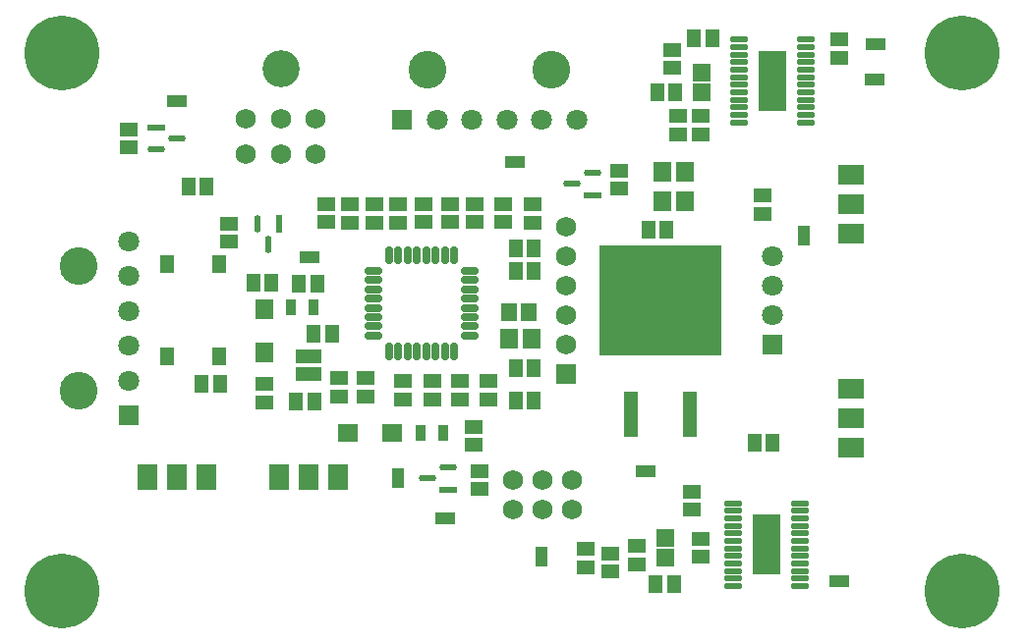
<source format=gts>
G04*
G04 #@! TF.GenerationSoftware,Altium Limited,Altium Designer,25.0.2 (28)*
G04*
G04 Layer_Color=8388736*
%FSLAX24Y24*%
%MOIN*%
G70*
G04*
G04 #@! TF.SameCoordinates,F43946D6-5F3C-42AA-9141-687AF705E6AB*
G04*
G04*
G04 #@! TF.FilePolarity,Negative*
G04*
G01*
G75*
G04:AMPARAMS|DCode=17|XSize=59.1mil|YSize=17.7mil|CornerRadius=1.9mil|HoleSize=0mil|Usage=FLASHONLY|Rotation=0.000|XOffset=0mil|YOffset=0mil|HoleType=Round|Shape=RoundedRectangle|*
%AMROUNDEDRECTD17*
21,1,0.0591,0.0138,0,0,0.0*
21,1,0.0552,0.0177,0,0,0.0*
1,1,0.0039,0.0276,-0.0069*
1,1,0.0039,-0.0276,-0.0069*
1,1,0.0039,-0.0276,0.0069*
1,1,0.0039,0.0276,0.0069*
%
%ADD17ROUNDEDRECTD17*%
%ADD18R,0.0709X0.0394*%
%ADD19R,0.0394X0.0709*%
%ADD20R,0.0591X0.0689*%
%ADD21R,0.0600X0.0228*%
G04:AMPARAMS|DCode=22|XSize=60mil|YSize=22.8mil|CornerRadius=11.4mil|HoleSize=0mil|Usage=FLASHONLY|Rotation=180.000|XOffset=0mil|YOffset=0mil|HoleType=Round|Shape=RoundedRectangle|*
%AMROUNDEDRECTD22*
21,1,0.0600,0.0000,0,0,180.0*
21,1,0.0373,0.0228,0,0,180.0*
1,1,0.0228,-0.0186,0.0000*
1,1,0.0228,0.0186,0.0000*
1,1,0.0228,0.0186,0.0000*
1,1,0.0228,-0.0186,0.0000*
%
%ADD22ROUNDEDRECTD22*%
%ADD23R,0.0613X0.0612*%
%ADD24R,0.0512X0.0610*%
%ADD32R,0.0689X0.0591*%
G04:AMPARAMS|DCode=33|XSize=60mil|YSize=22.8mil|CornerRadius=11.4mil|HoleSize=0mil|Usage=FLASHONLY|Rotation=270.000|XOffset=0mil|YOffset=0mil|HoleType=Round|Shape=RoundedRectangle|*
%AMROUNDEDRECTD33*
21,1,0.0600,0.0000,0,0,270.0*
21,1,0.0373,0.0228,0,0,270.0*
1,1,0.0228,0.0000,-0.0186*
1,1,0.0228,0.0000,0.0186*
1,1,0.0228,0.0000,0.0186*
1,1,0.0228,0.0000,-0.0186*
%
%ADD33ROUNDEDRECTD33*%
%ADD34R,0.0228X0.0600*%
%ADD35R,0.0866X0.0453*%
%ADD36R,0.0374X0.0571*%
%ADD37R,0.0611X0.0454*%
%ADD38R,0.0454X0.0611*%
%ADD39R,0.0552X0.0631*%
%ADD40R,0.0631X0.0671*%
%ADD41R,0.0474X0.1576*%
%ADD42R,0.4174X0.3741*%
%ADD43O,0.0297X0.0611*%
%ADD44O,0.0611X0.0297*%
%ADD45C,0.0710*%
%ADD46R,0.0710X0.0710*%
%ADD47C,0.0690*%
%ADD48R,0.0690X0.0690*%
%ADD49C,0.0680*%
%ADD50C,0.1261*%
%ADD51R,0.0701X0.0902*%
%ADD52C,0.2541*%
%ADD53C,0.0712*%
%ADD54C,0.1281*%
%ADD55R,0.0712X0.0712*%
%ADD56R,0.0712X0.0712*%
%ADD57R,0.0902X0.0701*%
G36*
X47372Y20204D02*
Y20200D01*
X47369Y20193D01*
X47364Y20187D01*
X47357Y20184D01*
X47353D01*
D01*
X46447D01*
X46443D01*
X46436Y20187D01*
X46431Y20193D01*
X46428Y20200D01*
Y20204D01*
D01*
Y22196D01*
Y22200D01*
X46431Y22207D01*
X46436Y22213D01*
X46443Y22216D01*
X46447D01*
D01*
X47353D01*
X47357D01*
X47364Y22213D01*
X47369Y22207D01*
X47372Y22200D01*
Y22196D01*
D01*
Y20204D01*
D02*
G37*
G36*
X47564Y35952D02*
Y35948D01*
X47561Y35941D01*
X47556Y35936D01*
X47548Y35933D01*
X47544D01*
D01*
X46639D01*
X46635D01*
X46628Y35936D01*
X46622Y35941D01*
X46619Y35948D01*
Y35952D01*
D01*
Y37944D01*
Y37948D01*
X46622Y37956D01*
X46628Y37961D01*
X46635Y37964D01*
X46639D01*
D01*
X47544D01*
X47548D01*
X47556Y37961D01*
X47561Y37956D01*
X47564Y37948D01*
Y37944D01*
D01*
Y35952D01*
D02*
G37*
D17*
X45758Y22607D02*
D03*
Y22352D02*
D03*
Y22096D02*
D03*
Y21840D02*
D03*
Y21584D02*
D03*
Y21328D02*
D03*
Y21072D02*
D03*
Y20816D02*
D03*
Y20560D02*
D03*
Y20304D02*
D03*
Y20048D02*
D03*
Y19793D02*
D03*
X48042D02*
D03*
Y20048D02*
D03*
Y20304D02*
D03*
Y20560D02*
D03*
Y20816D02*
D03*
Y21072D02*
D03*
Y21328D02*
D03*
Y21584D02*
D03*
Y21840D02*
D03*
Y22096D02*
D03*
Y22352D02*
D03*
Y22607D02*
D03*
X48233Y38356D02*
D03*
Y38100D02*
D03*
Y37844D02*
D03*
Y37588D02*
D03*
Y37332D02*
D03*
Y37076D02*
D03*
Y36820D02*
D03*
Y36565D02*
D03*
Y36309D02*
D03*
Y36053D02*
D03*
Y35797D02*
D03*
Y35541D02*
D03*
X45950D02*
D03*
Y35797D02*
D03*
Y36053D02*
D03*
Y36309D02*
D03*
Y36565D02*
D03*
Y36820D02*
D03*
Y37076D02*
D03*
Y37332D02*
D03*
Y37588D02*
D03*
Y37844D02*
D03*
Y38100D02*
D03*
Y38356D02*
D03*
D18*
X49350Y19950D02*
D03*
X36000Y22100D02*
D03*
X50600Y38200D02*
D03*
X50550Y37000D02*
D03*
X38350Y34200D02*
D03*
X42800Y23700D02*
D03*
X31400Y30950D02*
D03*
X26900Y36250D02*
D03*
D19*
X48150Y31700D02*
D03*
X34400Y23450D02*
D03*
X39250Y20800D02*
D03*
D20*
X29850Y27712D02*
D03*
Y29188D02*
D03*
D21*
X41008Y33076D02*
D03*
X36108Y23076D02*
D03*
X26192Y35374D02*
D03*
D22*
X41008Y33824D02*
D03*
X40292Y33450D02*
D03*
X36108Y23824D02*
D03*
X35392Y23450D02*
D03*
X26908Y35000D02*
D03*
X26192Y34626D02*
D03*
D23*
X43450Y21445D02*
D03*
Y20755D02*
D03*
X44700Y36555D02*
D03*
Y37245D02*
D03*
D24*
X26564Y27585D02*
D03*
Y30715D02*
D03*
X28336Y27585D02*
D03*
Y30715D02*
D03*
D32*
X34188Y25000D02*
D03*
X32712D02*
D03*
D33*
X30000Y31392D02*
D03*
X29626Y32108D02*
D03*
D34*
X30374D02*
D03*
D35*
X31350Y27605D02*
D03*
Y26995D02*
D03*
D36*
X35934Y25000D02*
D03*
X35166D02*
D03*
X31534Y29250D02*
D03*
X30766D02*
D03*
D37*
X41589Y20900D02*
D03*
X41900Y33295D02*
D03*
Y33905D02*
D03*
X28650Y32105D02*
D03*
Y31495D02*
D03*
X25250Y34695D02*
D03*
Y35305D02*
D03*
X31950Y32150D02*
D03*
Y32760D02*
D03*
X42500Y21155D02*
D03*
Y20545D02*
D03*
X37950Y32760D02*
D03*
Y32150D02*
D03*
X35250Y32760D02*
D03*
Y32150D02*
D03*
X49350Y37745D02*
D03*
Y38355D02*
D03*
X43900Y35145D02*
D03*
Y35755D02*
D03*
X46750Y33055D02*
D03*
Y32445D02*
D03*
X43700Y38000D02*
D03*
Y37390D02*
D03*
X44650Y35145D02*
D03*
Y35755D02*
D03*
Y20795D02*
D03*
Y21405D02*
D03*
X44350Y23005D02*
D03*
Y22395D02*
D03*
X40750Y21055D02*
D03*
Y20445D02*
D03*
X41589Y20290D02*
D03*
X38950Y32755D02*
D03*
Y32145D02*
D03*
X36950Y24595D02*
D03*
Y25205D02*
D03*
X32400Y26855D02*
D03*
Y26245D02*
D03*
X37450Y26145D02*
D03*
Y26755D02*
D03*
X36500Y26145D02*
D03*
Y26755D02*
D03*
X35550Y26145D02*
D03*
Y26755D02*
D03*
X34550Y26140D02*
D03*
Y26750D02*
D03*
X33300Y26245D02*
D03*
Y26855D02*
D03*
X32750Y32755D02*
D03*
Y32145D02*
D03*
X34400Y32755D02*
D03*
Y32145D02*
D03*
X36150Y32760D02*
D03*
Y32150D02*
D03*
X37000Y32760D02*
D03*
Y32150D02*
D03*
X33600Y32755D02*
D03*
Y32145D02*
D03*
X37150Y23095D02*
D03*
Y23705D02*
D03*
X29850Y26655D02*
D03*
Y26045D02*
D03*
D38*
X39005Y30500D02*
D03*
X38395D02*
D03*
X38402Y27200D02*
D03*
X39013D02*
D03*
X43805Y36550D02*
D03*
X43195D02*
D03*
X45050Y38400D02*
D03*
X44440D02*
D03*
X46495Y24650D02*
D03*
X47105D02*
D03*
X43145Y19850D02*
D03*
X43755D02*
D03*
X29495Y30100D02*
D03*
X30105D02*
D03*
X27745Y26650D02*
D03*
X28355D02*
D03*
X27905Y33350D02*
D03*
X27295D02*
D03*
X31545Y28350D02*
D03*
X32155D02*
D03*
X42895Y31900D02*
D03*
X43505D02*
D03*
X39005Y26100D02*
D03*
X38395D02*
D03*
X31045Y30050D02*
D03*
X31655D02*
D03*
X39013Y31250D02*
D03*
X38402D02*
D03*
X31555Y26050D02*
D03*
X30945D02*
D03*
D39*
X38165Y29100D02*
D03*
X38835D02*
D03*
D40*
X38176Y28200D02*
D03*
X38924D02*
D03*
X43376Y32850D02*
D03*
X44124D02*
D03*
X43376Y33850D02*
D03*
X44124D02*
D03*
D41*
X42300Y25622D02*
D03*
X44300D02*
D03*
D42*
X43300Y29500D02*
D03*
D43*
X34098Y31034D02*
D03*
X34413D02*
D03*
X34728D02*
D03*
X35043D02*
D03*
X35357D02*
D03*
X35672D02*
D03*
X35987D02*
D03*
X36302D02*
D03*
Y27766D02*
D03*
X35987D02*
D03*
X35672D02*
D03*
X35357D02*
D03*
X35043D02*
D03*
X34728D02*
D03*
X34413D02*
D03*
X34098D02*
D03*
D44*
X36834Y30502D02*
D03*
Y30187D02*
D03*
Y29872D02*
D03*
Y29557D02*
D03*
Y29243D02*
D03*
Y28928D02*
D03*
Y28613D02*
D03*
Y28298D02*
D03*
X33566D02*
D03*
Y28613D02*
D03*
Y28928D02*
D03*
Y29243D02*
D03*
Y29557D02*
D03*
Y29872D02*
D03*
Y30187D02*
D03*
Y30502D02*
D03*
D45*
X47100Y31000D02*
D03*
Y30000D02*
D03*
Y29000D02*
D03*
D46*
Y28000D02*
D03*
D47*
X40100Y32000D02*
D03*
Y31000D02*
D03*
Y28000D02*
D03*
Y29000D02*
D03*
Y30000D02*
D03*
D48*
Y27000D02*
D03*
D49*
X31596Y35658D02*
D03*
Y34477D02*
D03*
X30415Y35658D02*
D03*
Y34477D02*
D03*
X29234Y35658D02*
D03*
Y34477D02*
D03*
X40300Y23400D02*
D03*
Y22400D02*
D03*
X38300D02*
D03*
X39300D02*
D03*
X38300Y23400D02*
D03*
X39300D02*
D03*
D50*
X30415Y37359D02*
D03*
D51*
X30350Y23500D02*
D03*
X31350D02*
D03*
X32350D02*
D03*
X27900D02*
D03*
X26900D02*
D03*
X25900D02*
D03*
D52*
X22996Y37903D02*
D03*
Y19620D02*
D03*
X53547D02*
D03*
Y37903D02*
D03*
D53*
X25263Y31503D02*
D03*
Y30322D02*
D03*
Y29141D02*
D03*
Y27959D02*
D03*
Y26778D02*
D03*
X35728Y35637D02*
D03*
X36909D02*
D03*
X38091D02*
D03*
X39272D02*
D03*
X40453D02*
D03*
D54*
X23562Y26444D02*
D03*
Y30656D02*
D03*
X39606Y37338D02*
D03*
X35394D02*
D03*
D55*
X25263Y25597D02*
D03*
D56*
X34547Y35637D02*
D03*
D57*
X49750Y33750D02*
D03*
Y32750D02*
D03*
Y31750D02*
D03*
Y24500D02*
D03*
Y25500D02*
D03*
Y26500D02*
D03*
M02*

</source>
